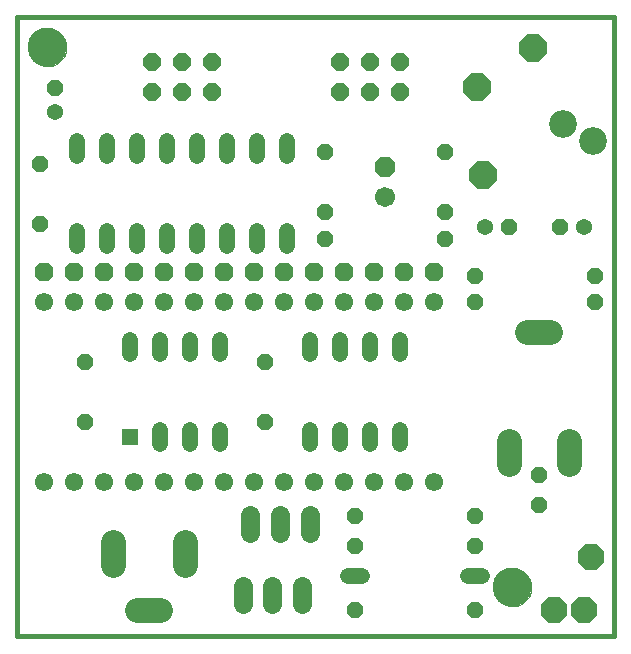
<source format=gbs>
G75*
G70*
%OFA0B0*%
%FSLAX24Y24*%
%IPPOS*%
%LPD*%
%AMOC8*
5,1,8,0,0,1.08239X$1,22.5*
%
%ADD10C,0.0160*%
%ADD11C,0.0000*%
%ADD12C,0.1300*%
%ADD13OC8,0.0520*%
%ADD14OC8,0.0925*%
%ADD15C,0.0925*%
%ADD16C,0.0520*%
%ADD17OC8,0.0670*%
%ADD18C,0.0670*%
%ADD19OC8,0.0540*%
%ADD20C,0.0540*%
%ADD21C,0.0820*%
%ADD22R,0.0520X0.0520*%
%ADD23C,0.0610*%
%ADD24C,0.0827*%
%ADD25C,0.0640*%
%ADD26OC8,0.0580*%
%ADD27C,0.0631*%
%ADD28OC8,0.0890*%
%ADD29OC8,0.0631*%
D10*
X000970Y000595D02*
X000970Y021216D01*
X020840Y021216D01*
X020840Y000595D01*
X000970Y000595D01*
D11*
X016840Y002220D02*
X016842Y002270D01*
X016848Y002320D01*
X016858Y002369D01*
X016872Y002417D01*
X016889Y002464D01*
X016910Y002509D01*
X016935Y002553D01*
X016963Y002594D01*
X016995Y002633D01*
X017029Y002670D01*
X017066Y002704D01*
X017106Y002734D01*
X017148Y002761D01*
X017192Y002785D01*
X017238Y002806D01*
X017285Y002822D01*
X017333Y002835D01*
X017383Y002844D01*
X017432Y002849D01*
X017483Y002850D01*
X017533Y002847D01*
X017582Y002840D01*
X017631Y002829D01*
X017679Y002814D01*
X017725Y002796D01*
X017770Y002774D01*
X017813Y002748D01*
X017854Y002719D01*
X017893Y002687D01*
X017929Y002652D01*
X017961Y002614D01*
X017991Y002574D01*
X018018Y002531D01*
X018041Y002487D01*
X018060Y002441D01*
X018076Y002393D01*
X018088Y002344D01*
X018096Y002295D01*
X018100Y002245D01*
X018100Y002195D01*
X018096Y002145D01*
X018088Y002096D01*
X018076Y002047D01*
X018060Y001999D01*
X018041Y001953D01*
X018018Y001909D01*
X017991Y001866D01*
X017961Y001826D01*
X017929Y001788D01*
X017893Y001753D01*
X017854Y001721D01*
X017813Y001692D01*
X017770Y001666D01*
X017725Y001644D01*
X017679Y001626D01*
X017631Y001611D01*
X017582Y001600D01*
X017533Y001593D01*
X017483Y001590D01*
X017432Y001591D01*
X017383Y001596D01*
X017333Y001605D01*
X017285Y001618D01*
X017238Y001634D01*
X017192Y001655D01*
X017148Y001679D01*
X017106Y001706D01*
X017066Y001736D01*
X017029Y001770D01*
X016995Y001807D01*
X016963Y001846D01*
X016935Y001887D01*
X016910Y001931D01*
X016889Y001976D01*
X016872Y002023D01*
X016858Y002071D01*
X016848Y002120D01*
X016842Y002170D01*
X016840Y002220D01*
X001340Y020220D02*
X001342Y020270D01*
X001348Y020320D01*
X001358Y020369D01*
X001372Y020417D01*
X001389Y020464D01*
X001410Y020509D01*
X001435Y020553D01*
X001463Y020594D01*
X001495Y020633D01*
X001529Y020670D01*
X001566Y020704D01*
X001606Y020734D01*
X001648Y020761D01*
X001692Y020785D01*
X001738Y020806D01*
X001785Y020822D01*
X001833Y020835D01*
X001883Y020844D01*
X001932Y020849D01*
X001983Y020850D01*
X002033Y020847D01*
X002082Y020840D01*
X002131Y020829D01*
X002179Y020814D01*
X002225Y020796D01*
X002270Y020774D01*
X002313Y020748D01*
X002354Y020719D01*
X002393Y020687D01*
X002429Y020652D01*
X002461Y020614D01*
X002491Y020574D01*
X002518Y020531D01*
X002541Y020487D01*
X002560Y020441D01*
X002576Y020393D01*
X002588Y020344D01*
X002596Y020295D01*
X002600Y020245D01*
X002600Y020195D01*
X002596Y020145D01*
X002588Y020096D01*
X002576Y020047D01*
X002560Y019999D01*
X002541Y019953D01*
X002518Y019909D01*
X002491Y019866D01*
X002461Y019826D01*
X002429Y019788D01*
X002393Y019753D01*
X002354Y019721D01*
X002313Y019692D01*
X002270Y019666D01*
X002225Y019644D01*
X002179Y019626D01*
X002131Y019611D01*
X002082Y019600D01*
X002033Y019593D01*
X001983Y019590D01*
X001932Y019591D01*
X001883Y019596D01*
X001833Y019605D01*
X001785Y019618D01*
X001738Y019634D01*
X001692Y019655D01*
X001648Y019679D01*
X001606Y019706D01*
X001566Y019736D01*
X001529Y019770D01*
X001495Y019807D01*
X001463Y019846D01*
X001435Y019887D01*
X001410Y019931D01*
X001389Y019976D01*
X001372Y020023D01*
X001358Y020071D01*
X001348Y020120D01*
X001342Y020170D01*
X001340Y020220D01*
D12*
X001970Y020220D03*
X017470Y002220D03*
D13*
X016220Y001470D03*
X016220Y003595D03*
X016220Y004595D03*
X018345Y004970D03*
X018345Y005970D03*
X020220Y011720D03*
X020220Y012595D03*
X016220Y012595D03*
X016220Y011720D03*
X015220Y013845D03*
X015220Y014720D03*
X015220Y016720D03*
X011220Y016720D03*
X011220Y014720D03*
X011220Y013845D03*
X009220Y009720D03*
X009220Y007720D03*
X012220Y004595D03*
X012220Y003595D03*
X012220Y001470D03*
X003220Y007720D03*
X003220Y009720D03*
X001720Y014345D03*
X001720Y016345D03*
D14*
X016290Y018910D03*
X018140Y020190D03*
X016500Y015960D03*
D15*
X019160Y017650D03*
X020150Y017100D03*
D16*
X013720Y010460D02*
X013720Y009980D01*
X012720Y009980D02*
X012720Y010460D01*
X011720Y010460D02*
X011720Y009980D01*
X010720Y009980D02*
X010720Y010460D01*
X010720Y007460D02*
X010720Y006980D01*
X011720Y006980D02*
X011720Y007460D01*
X012720Y007460D02*
X012720Y006980D01*
X013720Y006980D02*
X013720Y007460D01*
X012460Y002595D02*
X011980Y002595D01*
X015980Y002595D02*
X016460Y002595D01*
X007720Y006980D02*
X007720Y007460D01*
X006720Y007460D02*
X006720Y006980D01*
X005720Y006980D02*
X005720Y007460D01*
X005720Y009980D02*
X005720Y010460D01*
X004720Y010460D02*
X004720Y009980D01*
X006720Y009980D02*
X006720Y010460D01*
X007720Y010460D02*
X007720Y009980D01*
X007970Y013605D02*
X007970Y014085D01*
X006970Y014085D02*
X006970Y013605D01*
X005970Y013605D02*
X005970Y014085D01*
X004970Y014085D02*
X004970Y013605D01*
X003970Y013605D02*
X003970Y014085D01*
X002970Y014085D02*
X002970Y013605D01*
X002970Y016605D02*
X002970Y017085D01*
X003970Y017085D02*
X003970Y016605D01*
X004970Y016605D02*
X004970Y017085D01*
X005970Y017085D02*
X005970Y016605D01*
X006970Y016605D02*
X006970Y017085D01*
X007970Y017085D02*
X007970Y016605D01*
X008970Y016605D02*
X008970Y017085D01*
X009970Y017085D02*
X009970Y016605D01*
X009970Y014085D02*
X009970Y013605D01*
X008970Y013605D02*
X008970Y014085D01*
D17*
X013220Y016220D03*
D18*
X013220Y015220D03*
D19*
X017370Y014220D03*
X019070Y014220D03*
X002220Y018870D03*
D20*
X002220Y018070D03*
X016570Y014220D03*
X019870Y014220D03*
D21*
X018735Y010720D02*
X017955Y010720D01*
X017345Y007110D02*
X017345Y006330D01*
X019345Y006330D02*
X019345Y007110D01*
D22*
X004720Y007220D03*
D23*
X004845Y005720D03*
X003845Y005720D03*
X002845Y005720D03*
X001845Y005720D03*
X005845Y005720D03*
X006845Y005720D03*
X007845Y005720D03*
X008845Y005720D03*
X009845Y005720D03*
X010845Y005720D03*
X011845Y005720D03*
X012845Y005720D03*
X013845Y005720D03*
X014845Y005720D03*
X014845Y011720D03*
X013845Y011720D03*
X012845Y011720D03*
X011845Y011720D03*
X010845Y011720D03*
X009845Y011720D03*
X008845Y011720D03*
X007845Y011720D03*
X006845Y011720D03*
X005845Y011720D03*
X004845Y011720D03*
X003845Y011720D03*
X002845Y011720D03*
X001845Y011720D03*
D24*
X004164Y003739D02*
X004164Y002951D01*
X004951Y001455D02*
X005739Y001455D01*
X006565Y002951D02*
X006565Y003739D01*
D25*
X008720Y004045D02*
X008720Y004645D01*
X009720Y004645D02*
X009720Y004045D01*
X010720Y004045D02*
X010720Y004645D01*
D26*
X011720Y018720D03*
X011720Y019720D03*
X012720Y019720D03*
X012720Y018720D03*
X013720Y018720D03*
X013720Y019720D03*
X007470Y019720D03*
X007470Y018720D03*
X006470Y018720D03*
X006470Y019720D03*
X005470Y019720D03*
X005470Y018720D03*
D27*
X008486Y002265D02*
X008486Y001675D01*
X009470Y001675D02*
X009470Y002265D01*
X010454Y002265D02*
X010454Y001675D01*
D28*
X018845Y001470D03*
X019845Y001470D03*
X020095Y003220D03*
D29*
X014845Y012720D03*
X013845Y012720D03*
X012845Y012720D03*
X011845Y012720D03*
X010845Y012720D03*
X009845Y012720D03*
X008845Y012720D03*
X007845Y012720D03*
X006845Y012720D03*
X005845Y012720D03*
X004845Y012720D03*
X003845Y012720D03*
X002845Y012720D03*
X001845Y012720D03*
M02*

</source>
